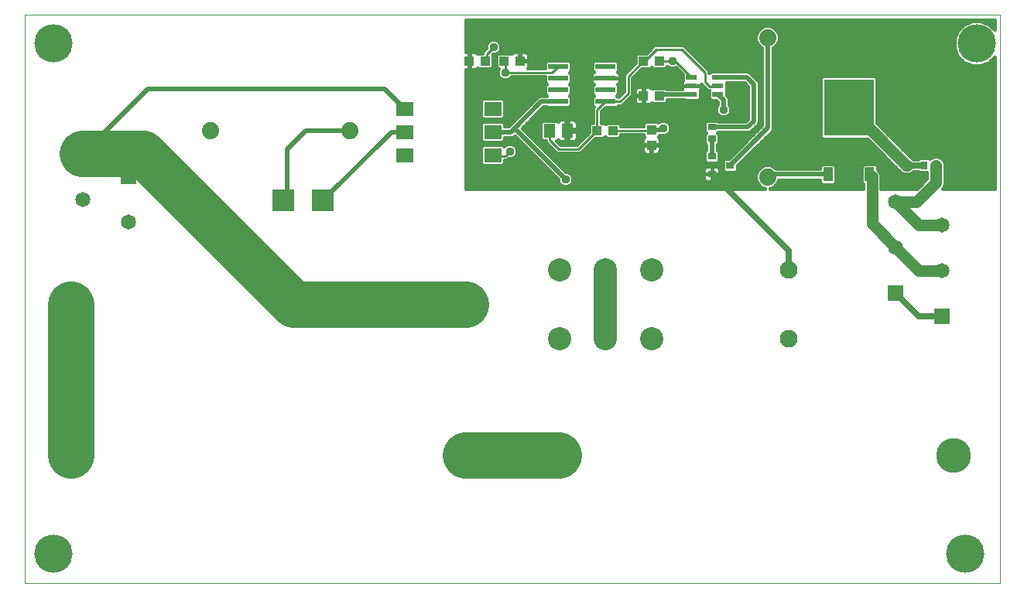
<source format=gtl>
G75*
%MOIN*%
%OFA0B0*%
%FSLAX24Y24*%
%IPPOS*%
%LPD*%
%AMOC8*
5,1,8,0,0,1.08239X$1,22.5*
%
%ADD10C,0.0000*%
%ADD11R,0.0650X0.0650*%
%ADD12C,0.0650*%
%ADD13C,0.1500*%
%ADD14C,0.0768*%
%ADD15C,0.1000*%
%ADD16R,0.0512X0.0591*%
%ADD17R,0.0740X0.0598*%
%ADD18R,0.0480X0.0244*%
%ADD19C,0.0740*%
%ADD20R,0.2126X0.2441*%
%ADD21R,0.0394X0.0630*%
%ADD22R,0.0354X0.0315*%
%ADD23R,0.0354X0.0276*%
%ADD24R,0.0276X0.0354*%
%ADD25R,0.0866X0.0236*%
%ADD26R,0.0433X0.0394*%
%ADD27R,0.0394X0.0433*%
%ADD28R,0.0945X0.0945*%
%ADD29C,0.0160*%
%ADD30C,0.0250*%
%ADD31C,0.2000*%
%ADD32C,0.1650*%
%ADD33C,0.0500*%
%ADD34C,0.0200*%
%ADD35C,0.0100*%
%ADD36C,0.0376*%
%ADD37C,0.1000*%
%ADD38C,0.0450*%
D10*
X000300Y000100D02*
X000300Y024600D01*
X042300Y024600D01*
X042300Y000100D01*
X000300Y000100D01*
D11*
X004769Y017616D03*
X002800Y018600D03*
X037831Y012584D03*
X039800Y011600D03*
D12*
X039800Y013569D03*
X037831Y014553D03*
X039800Y015537D03*
X037831Y016521D03*
X004769Y015647D03*
X002800Y016631D03*
D13*
X002300Y012100D03*
X002300Y005600D03*
X019300Y005600D03*
X023300Y005600D03*
X019300Y012100D03*
X040300Y005600D03*
D14*
X033206Y010624D03*
X033206Y013576D03*
D15*
X027300Y013576D03*
X025331Y013576D03*
X023363Y013576D03*
X023363Y010624D03*
X025331Y010624D03*
X027300Y010624D03*
D16*
X023674Y019600D03*
X022926Y019600D03*
D17*
X020469Y019537D03*
X020469Y018537D03*
X020469Y020537D03*
X016690Y020537D03*
X016690Y019537D03*
X016690Y018537D03*
D18*
X029024Y021155D03*
X029024Y021529D03*
X029024Y021903D03*
X030166Y021903D03*
X030166Y021529D03*
X030166Y021155D03*
D19*
X032300Y023600D03*
X032300Y017600D03*
X014300Y019600D03*
X008300Y019600D03*
D20*
X035800Y020584D03*
D21*
X034902Y017710D03*
X036698Y017710D03*
D22*
X030694Y018100D03*
X029906Y017726D03*
X029906Y018474D03*
D23*
X029900Y019244D03*
X029900Y019756D03*
D24*
X039044Y018100D03*
X039556Y018100D03*
D25*
X025324Y020850D03*
X025324Y021350D03*
X025324Y021850D03*
X025324Y022350D03*
X023276Y022350D03*
X023276Y021850D03*
X023276Y021350D03*
X023276Y020850D03*
D26*
X024965Y019600D03*
X025635Y019600D03*
X026965Y021100D03*
X027635Y021100D03*
X027635Y022600D03*
X026965Y022600D03*
X021635Y022600D03*
X020965Y022600D03*
X020135Y022600D03*
X019465Y022600D03*
D27*
X027300Y019635D03*
X027300Y018965D03*
D28*
X013166Y016600D03*
X011434Y016600D03*
D29*
X019300Y017100D02*
X019300Y022223D01*
X019447Y022223D01*
X019447Y022582D01*
X019484Y022582D01*
X019484Y022223D01*
X019706Y022223D01*
X019751Y022235D01*
X019792Y022259D01*
X019826Y022293D01*
X019828Y022296D01*
X019860Y022263D01*
X020409Y022263D01*
X020491Y022345D01*
X020491Y022855D01*
X020474Y022872D01*
X020565Y022872D01*
X020669Y022915D01*
X020609Y022855D01*
X020609Y022345D01*
X020691Y022263D01*
X020712Y022263D01*
X020672Y022165D01*
X020672Y022035D01*
X020722Y021914D01*
X020814Y021822D01*
X020935Y021772D01*
X021065Y021772D01*
X021186Y021822D01*
X021274Y021910D01*
X022703Y021910D01*
X022703Y021674D01*
X022777Y021600D01*
X022703Y021526D01*
X022703Y021174D01*
X022777Y021100D01*
X022767Y021090D01*
X022502Y021090D01*
X022414Y021053D01*
X021138Y019777D01*
X020979Y019777D01*
X020979Y019894D01*
X020897Y019976D01*
X020041Y019976D01*
X019959Y019894D01*
X019959Y019180D01*
X020041Y019098D01*
X020897Y019098D01*
X020979Y019180D01*
X020979Y019297D01*
X021285Y019297D01*
X021373Y019334D01*
X021400Y019361D01*
X023272Y017489D01*
X023272Y017435D01*
X023322Y017314D01*
X023414Y017222D01*
X023535Y017172D01*
X023665Y017172D01*
X023786Y017222D01*
X023878Y017314D01*
X023928Y017435D01*
X023928Y017565D01*
X023878Y017686D01*
X023786Y017778D01*
X023665Y017828D01*
X023611Y017828D01*
X021739Y019700D01*
X022649Y020610D01*
X022767Y020610D01*
X022785Y020592D01*
X023767Y020592D01*
X023849Y020674D01*
X023849Y021026D01*
X023776Y021100D01*
X023849Y021174D01*
X023849Y021526D01*
X023776Y021600D01*
X023849Y021674D01*
X023849Y022026D01*
X023776Y022100D01*
X023849Y022174D01*
X023849Y022526D01*
X023767Y022608D01*
X022785Y022608D01*
X022703Y022526D01*
X022703Y022290D01*
X021993Y022290D01*
X022703Y022290D01*
X022703Y022449D02*
X022031Y022449D01*
X022031Y022379D02*
X022031Y022582D01*
X021653Y022582D01*
X021653Y022618D01*
X022031Y022618D01*
X022031Y022821D01*
X022019Y022866D01*
X021995Y022907D01*
X021962Y022941D01*
X021921Y022965D01*
X021875Y022977D01*
X021653Y022977D01*
X021653Y022618D01*
X021616Y022618D01*
X021616Y022977D01*
X021394Y022977D01*
X021349Y022965D01*
X021308Y022941D01*
X021274Y022907D01*
X021272Y022904D01*
X021240Y022937D01*
X020701Y022937D01*
X020778Y023014D01*
X020828Y023135D01*
X020828Y023265D01*
X020778Y023386D01*
X020686Y023478D01*
X020565Y023528D01*
X020435Y023528D01*
X020314Y023478D01*
X020222Y023386D01*
X020172Y023265D01*
X020172Y023141D01*
X020010Y022979D01*
X020010Y022937D01*
X019860Y022937D01*
X019828Y022904D01*
X019826Y022907D01*
X019792Y022941D01*
X019751Y022965D01*
X019706Y022977D01*
X019484Y022977D01*
X019484Y022618D01*
X019447Y022618D01*
X019447Y022977D01*
X019300Y022977D01*
X019300Y024370D01*
X042070Y024370D01*
X042070Y023945D01*
X041847Y024168D01*
X041492Y024315D01*
X041108Y024315D01*
X040753Y024168D01*
X040482Y023897D01*
X040335Y023542D01*
X040335Y023158D01*
X040482Y022803D01*
X040753Y022532D01*
X041108Y022385D01*
X041492Y022385D01*
X041847Y022532D01*
X042070Y022755D01*
X042070Y017100D01*
X039852Y017100D01*
X039887Y017135D01*
X039946Y017278D01*
X039946Y018178D01*
X039887Y018321D01*
X039777Y018431D01*
X039633Y018490D01*
X039478Y018490D01*
X039335Y018431D01*
X039281Y018376D01*
X039240Y018417D01*
X038848Y018417D01*
X038796Y018365D01*
X038587Y018365D01*
X038521Y018431D01*
X038494Y018442D01*
X037003Y019933D01*
X037003Y021863D01*
X036921Y021945D01*
X034679Y021945D01*
X034597Y021863D01*
X034597Y019306D01*
X034679Y019224D01*
X036609Y019224D01*
X038063Y017769D01*
X038207Y017710D01*
X038378Y017710D01*
X038521Y017769D01*
X038587Y017835D01*
X038796Y017835D01*
X038848Y017783D01*
X039166Y017783D01*
X039166Y017517D01*
X038748Y017100D01*
X037190Y017100D01*
X037190Y017685D01*
X037131Y017829D01*
X037034Y017925D01*
X037034Y018083D01*
X036952Y018165D01*
X036443Y018165D01*
X036361Y018083D01*
X036361Y017337D01*
X036410Y017288D01*
X036410Y017100D01*
X032426Y017100D01*
X032589Y017168D01*
X032732Y017311D01*
X032798Y017470D01*
X034566Y017470D01*
X034566Y017337D01*
X034648Y017255D01*
X035157Y017255D01*
X035239Y017337D01*
X035239Y018083D01*
X035157Y018165D01*
X034648Y018165D01*
X034566Y018083D01*
X034566Y017950D01*
X032671Y017950D01*
X032589Y018032D01*
X032401Y018110D01*
X032199Y018110D01*
X032011Y018032D01*
X031868Y017889D01*
X031790Y017701D01*
X031790Y017499D01*
X031868Y017311D01*
X032011Y017168D01*
X032174Y017100D01*
X019300Y017100D01*
X019300Y017218D02*
X023423Y017218D01*
X023296Y017377D02*
X019300Y017377D01*
X019300Y017535D02*
X023226Y017535D01*
X023067Y017694D02*
X019300Y017694D01*
X019300Y017852D02*
X022909Y017852D01*
X022750Y018011D02*
X019300Y018011D01*
X019300Y018169D02*
X019970Y018169D01*
X019959Y018180D02*
X020041Y018098D01*
X020897Y018098D01*
X020979Y018180D01*
X020979Y018310D01*
X021079Y018310D01*
X021141Y018372D01*
X021265Y018372D01*
X021386Y018422D01*
X021478Y018514D01*
X021528Y018635D01*
X021528Y018765D01*
X021478Y018886D01*
X021386Y018978D01*
X021265Y019028D01*
X021135Y019028D01*
X021014Y018978D01*
X020955Y018919D01*
X020897Y018976D01*
X020041Y018976D01*
X019959Y018894D01*
X019959Y018180D01*
X019959Y018328D02*
X019300Y018328D01*
X019300Y018486D02*
X019959Y018486D01*
X019959Y018645D02*
X019300Y018645D01*
X019300Y018803D02*
X019959Y018803D01*
X020027Y018962D02*
X019300Y018962D01*
X019300Y019120D02*
X020019Y019120D01*
X019959Y019279D02*
X019300Y019279D01*
X019300Y019437D02*
X019959Y019437D01*
X019959Y019596D02*
X019300Y019596D01*
X019300Y019754D02*
X019959Y019754D01*
X019978Y019913D02*
X019300Y019913D01*
X019300Y020071D02*
X021432Y020071D01*
X021590Y020230D02*
X020979Y020230D01*
X020979Y020180D02*
X020979Y020894D01*
X020897Y020976D01*
X020041Y020976D01*
X019959Y020894D01*
X019959Y020180D01*
X020041Y020098D01*
X020897Y020098D01*
X020979Y020180D01*
X020979Y020388D02*
X021749Y020388D01*
X021907Y020547D02*
X020979Y020547D01*
X020979Y020705D02*
X022066Y020705D01*
X022224Y020864D02*
X020979Y020864D01*
X019959Y020864D02*
X019300Y020864D01*
X019300Y021022D02*
X022383Y021022D01*
X022703Y021181D02*
X019300Y021181D01*
X019300Y021339D02*
X022703Y021339D01*
X022703Y021498D02*
X019300Y021498D01*
X019300Y021656D02*
X022721Y021656D01*
X022703Y021815D02*
X021168Y021815D01*
X020832Y021815D02*
X019300Y021815D01*
X019300Y021973D02*
X020697Y021973D01*
X020672Y022132D02*
X019300Y022132D01*
X019447Y022290D02*
X019484Y022290D01*
X019484Y022449D02*
X019447Y022449D01*
X019447Y022766D02*
X019484Y022766D01*
X019484Y022924D02*
X019447Y022924D01*
X019300Y023083D02*
X020114Y023083D01*
X020172Y023241D02*
X019300Y023241D01*
X019300Y023400D02*
X020236Y023400D01*
X020764Y023400D02*
X031831Y023400D01*
X031868Y023311D02*
X032011Y023168D01*
X032060Y023147D01*
X032060Y019806D01*
X030652Y018397D01*
X030459Y018397D01*
X030377Y018315D01*
X030377Y017885D01*
X030459Y017803D01*
X030929Y017803D01*
X031011Y017885D01*
X031011Y018078D01*
X032503Y019570D01*
X032540Y019659D01*
X032540Y023147D01*
X032589Y023168D01*
X032732Y023311D01*
X032810Y023499D01*
X032810Y023701D01*
X032732Y023889D01*
X032589Y024032D01*
X032401Y024110D01*
X032199Y024110D01*
X032011Y024032D01*
X031868Y023889D01*
X031790Y023701D01*
X031790Y023499D01*
X031868Y023311D01*
X031938Y023241D02*
X028728Y023241D01*
X028679Y023290D02*
X027421Y023290D01*
X027068Y022937D01*
X026691Y022937D01*
X026609Y022855D01*
X026609Y022512D01*
X026110Y022013D01*
X026110Y021279D01*
X025877Y021046D01*
X025823Y021100D01*
X025897Y021174D01*
X025897Y021526D01*
X025847Y021576D01*
X025867Y021588D01*
X025901Y021621D01*
X025924Y021662D01*
X025937Y021708D01*
X025937Y021850D01*
X025937Y021992D01*
X025924Y022038D01*
X025901Y022079D01*
X025867Y022112D01*
X025847Y022124D01*
X025897Y022174D01*
X025897Y022526D01*
X025815Y022608D01*
X024833Y022608D01*
X024751Y022526D01*
X024751Y022174D01*
X024800Y022124D01*
X024780Y022112D01*
X024747Y022079D01*
X024723Y022038D01*
X024711Y021992D01*
X024711Y021850D01*
X024711Y021708D01*
X024723Y021662D01*
X024747Y021621D01*
X024780Y021588D01*
X024800Y021576D01*
X024751Y021526D01*
X024751Y021174D01*
X024824Y021100D01*
X024751Y021026D01*
X024751Y020674D01*
X024815Y020610D01*
X024775Y020570D01*
X024775Y019937D01*
X024691Y019937D01*
X024609Y019855D01*
X024609Y019512D01*
X024087Y018990D01*
X023379Y018990D01*
X023204Y019165D01*
X023240Y019165D01*
X023272Y019197D01*
X023274Y019194D01*
X023308Y019161D01*
X023349Y019137D01*
X023394Y019125D01*
X023626Y019125D01*
X023626Y019552D01*
X023722Y019552D01*
X023722Y019125D01*
X023954Y019125D01*
X023999Y019137D01*
X024040Y019161D01*
X024074Y019194D01*
X024098Y019235D01*
X024110Y019281D01*
X024110Y019552D01*
X023722Y019552D01*
X023722Y019648D01*
X023626Y019648D01*
X023626Y020075D01*
X023394Y020075D01*
X023349Y020063D01*
X023308Y020039D01*
X023274Y020006D01*
X023272Y020003D01*
X023240Y020035D01*
X022612Y020035D01*
X022530Y019953D01*
X022530Y019247D01*
X022612Y019165D01*
X022736Y019165D01*
X022736Y019095D01*
X023110Y018721D01*
X023221Y018610D01*
X024244Y018610D01*
X024897Y019263D01*
X025240Y019263D01*
X025300Y019323D01*
X025360Y019263D01*
X025909Y019263D01*
X025991Y019345D01*
X025991Y019410D01*
X026963Y019410D01*
X026963Y019360D01*
X026996Y019328D01*
X026993Y019326D01*
X026959Y019292D01*
X026935Y019251D01*
X026923Y019206D01*
X026923Y018984D01*
X027282Y018984D01*
X027282Y018947D01*
X027318Y018947D01*
X027318Y018569D01*
X027521Y018569D01*
X027566Y018581D01*
X027607Y018605D01*
X027641Y018638D01*
X027665Y018679D01*
X027677Y018725D01*
X027677Y018947D01*
X027318Y018947D01*
X027318Y018984D01*
X027677Y018984D01*
X027677Y019206D01*
X027665Y019251D01*
X027641Y019292D01*
X027607Y019326D01*
X027604Y019328D01*
X027637Y019360D01*
X027637Y019395D01*
X027680Y019395D01*
X027735Y019372D01*
X027865Y019372D01*
X027986Y019422D01*
X028078Y019514D01*
X028128Y019635D01*
X028128Y019765D01*
X028078Y019886D01*
X027986Y019978D01*
X027865Y020028D01*
X027735Y020028D01*
X027614Y019978D01*
X027591Y019955D01*
X027555Y019991D01*
X027045Y019991D01*
X026963Y019909D01*
X026963Y019790D01*
X025991Y019790D01*
X025991Y019855D01*
X025909Y019937D01*
X025360Y019937D01*
X025300Y019877D01*
X025240Y019937D01*
X025155Y019937D01*
X025155Y020413D01*
X025334Y020592D01*
X025815Y020592D01*
X025883Y020660D01*
X026029Y020660D01*
X026379Y021010D01*
X026490Y021121D01*
X026490Y021856D01*
X026897Y022263D01*
X027240Y022263D01*
X027300Y022323D01*
X027360Y022263D01*
X027909Y022263D01*
X027991Y022345D01*
X028014Y022322D01*
X028135Y022272D01*
X028265Y022272D01*
X028351Y022308D01*
X028644Y022015D01*
X028644Y021766D01*
X028640Y021762D01*
X028617Y021721D01*
X028604Y021675D01*
X028604Y021529D01*
X028604Y021395D01*
X027951Y021395D01*
X027909Y021437D01*
X027360Y021437D01*
X027328Y021404D01*
X027326Y021407D01*
X027292Y021441D01*
X027251Y021465D01*
X027206Y021477D01*
X026984Y021477D01*
X026984Y021118D01*
X026947Y021118D01*
X026947Y021082D01*
X026569Y021082D01*
X026569Y020879D01*
X026581Y020834D01*
X026605Y020793D01*
X026638Y020759D01*
X026679Y020735D01*
X026725Y020723D01*
X026947Y020723D01*
X026947Y021082D01*
X026984Y021082D01*
X026984Y020723D01*
X027206Y020723D01*
X027251Y020735D01*
X027292Y020759D01*
X027326Y020793D01*
X027328Y020796D01*
X027360Y020763D01*
X027909Y020763D01*
X027991Y020845D01*
X027991Y020915D01*
X028704Y020915D01*
X028726Y020893D01*
X029323Y020893D01*
X029405Y020975D01*
X029405Y021293D01*
X029409Y021297D01*
X029432Y021338D01*
X029445Y021383D01*
X029445Y021529D01*
X029024Y021529D01*
X028604Y021529D01*
X029024Y021529D01*
X029024Y021529D01*
X029024Y021529D01*
X029445Y021529D01*
X029445Y021587D01*
X029521Y021510D01*
X029721Y021310D01*
X029786Y021310D01*
X029786Y020975D01*
X029868Y020893D01*
X030089Y020893D01*
X030160Y020822D01*
X030160Y020724D01*
X030122Y020686D01*
X030072Y020565D01*
X030072Y020435D01*
X030122Y020314D01*
X030214Y020222D01*
X030335Y020172D01*
X030465Y020172D01*
X030586Y020222D01*
X030678Y020314D01*
X030728Y020435D01*
X030728Y020565D01*
X030678Y020686D01*
X030640Y020724D01*
X030640Y020969D01*
X030603Y021057D01*
X030546Y021114D01*
X030546Y021335D01*
X030539Y021342D01*
X030546Y021349D01*
X030546Y021660D01*
X031301Y021660D01*
X031460Y021501D01*
X031460Y020099D01*
X031356Y019996D01*
X030173Y019996D01*
X030135Y020034D01*
X029665Y020034D01*
X029583Y019952D01*
X029583Y019560D01*
X029643Y019500D01*
X029583Y019440D01*
X029583Y019048D01*
X029665Y018966D01*
X029666Y018966D01*
X029666Y018767D01*
X029589Y018689D01*
X029589Y018259D01*
X029671Y018177D01*
X030141Y018177D01*
X030223Y018259D01*
X030223Y018689D01*
X030146Y018767D01*
X030146Y018977D01*
X030217Y019048D01*
X030217Y019440D01*
X030157Y019500D01*
X030173Y019516D01*
X031504Y019516D01*
X031592Y019552D01*
X031836Y019797D01*
X031903Y019864D01*
X031940Y019952D01*
X031940Y021648D01*
X031903Y021736D01*
X031603Y022036D01*
X031536Y022103D01*
X031448Y022140D01*
X030489Y022140D01*
X030464Y022165D01*
X029868Y022165D01*
X029790Y022087D01*
X029790Y022179D01*
X028790Y023179D01*
X028679Y023290D01*
X028886Y023083D02*
X032060Y023083D01*
X032060Y022924D02*
X029045Y022924D01*
X029203Y022766D02*
X032060Y022766D01*
X032060Y022607D02*
X029362Y022607D01*
X029520Y022449D02*
X032060Y022449D01*
X032060Y022290D02*
X029679Y022290D01*
X029790Y022132D02*
X029834Y022132D01*
X030546Y021656D02*
X031305Y021656D01*
X031460Y021498D02*
X030546Y021498D01*
X030542Y021339D02*
X031460Y021339D01*
X031460Y021181D02*
X030546Y021181D01*
X030618Y021022D02*
X031460Y021022D01*
X031460Y020864D02*
X030640Y020864D01*
X030659Y020705D02*
X031460Y020705D01*
X031460Y020547D02*
X030728Y020547D01*
X030709Y020388D02*
X031460Y020388D01*
X031460Y020230D02*
X030594Y020230D01*
X030206Y020230D02*
X025155Y020230D01*
X025155Y020388D02*
X030091Y020388D01*
X030072Y020547D02*
X025289Y020547D01*
X024775Y020547D02*
X022586Y020547D01*
X022427Y020388D02*
X024775Y020388D01*
X024775Y020230D02*
X022269Y020230D01*
X022110Y020071D02*
X023379Y020071D01*
X023626Y020071D02*
X023722Y020071D01*
X023722Y020075D02*
X023722Y019648D01*
X024110Y019648D01*
X024110Y019919D01*
X024098Y019965D01*
X024074Y020006D01*
X024040Y020039D01*
X023999Y020063D01*
X023954Y020075D01*
X023722Y020075D01*
X023722Y019913D02*
X023626Y019913D01*
X023626Y019754D02*
X023722Y019754D01*
X023722Y019596D02*
X024609Y019596D01*
X024609Y019754D02*
X024110Y019754D01*
X024110Y019913D02*
X024667Y019913D01*
X024775Y020071D02*
X023969Y020071D01*
X024110Y019437D02*
X024534Y019437D01*
X024375Y019279D02*
X024109Y019279D01*
X024217Y019120D02*
X023249Y019120D01*
X023626Y019279D02*
X023722Y019279D01*
X023722Y019437D02*
X023626Y019437D01*
X022870Y018962D02*
X022478Y018962D01*
X022319Y019120D02*
X022736Y019120D01*
X022530Y019279D02*
X022161Y019279D01*
X022002Y019437D02*
X022530Y019437D01*
X022530Y019596D02*
X021844Y019596D01*
X021793Y019754D02*
X022530Y019754D01*
X022530Y019913D02*
X021952Y019913D01*
X021273Y019913D02*
X020961Y019913D01*
X020979Y019279D02*
X021482Y019279D01*
X021641Y019120D02*
X020920Y019120D01*
X020912Y018962D02*
X020998Y018962D01*
X021402Y018962D02*
X021799Y018962D01*
X021958Y018803D02*
X021512Y018803D01*
X021528Y018645D02*
X022116Y018645D01*
X022275Y018486D02*
X021450Y018486D01*
X021096Y018328D02*
X022433Y018328D01*
X022592Y018169D02*
X020969Y018169D01*
X022636Y018803D02*
X023028Y018803D01*
X023187Y018645D02*
X022795Y018645D01*
X022953Y018486D02*
X029589Y018486D01*
X029589Y018328D02*
X023112Y018328D01*
X023270Y018169D02*
X030377Y018169D01*
X030377Y018011D02*
X030211Y018011D01*
X030194Y018028D02*
X030153Y018051D01*
X030107Y018063D01*
X029906Y018063D01*
X029705Y018063D01*
X029660Y018051D01*
X029619Y018028D01*
X029585Y017994D01*
X029561Y017953D01*
X029549Y017907D01*
X029549Y017726D01*
X029906Y017726D01*
X029549Y017726D01*
X029549Y017545D01*
X029561Y017499D01*
X029585Y017458D01*
X029619Y017424D01*
X029660Y017401D01*
X029705Y017389D01*
X029906Y017389D01*
X029906Y017726D01*
X029906Y017726D01*
X029906Y018063D01*
X029906Y017726D01*
X029906Y017726D01*
X029906Y017726D01*
X029906Y017389D01*
X030107Y017389D01*
X030153Y017401D01*
X030194Y017424D01*
X030228Y017458D01*
X030251Y017499D01*
X030263Y017545D01*
X030263Y017726D01*
X030263Y017907D01*
X030251Y017953D01*
X030228Y017994D01*
X030194Y018028D01*
X030263Y017852D02*
X030409Y017852D01*
X030263Y017726D02*
X029906Y017726D01*
X029906Y017726D01*
X030263Y017726D01*
X030263Y017694D02*
X031790Y017694D01*
X031790Y017535D02*
X030261Y017535D01*
X029906Y017535D02*
X029906Y017535D01*
X029906Y017694D02*
X029906Y017694D01*
X029906Y017852D02*
X029906Y017852D01*
X029906Y018011D02*
X029906Y018011D01*
X029602Y018011D02*
X023429Y018011D01*
X023587Y017852D02*
X029549Y017852D01*
X029549Y017694D02*
X023870Y017694D01*
X023928Y017535D02*
X029552Y017535D01*
X030223Y018328D02*
X030389Y018328D01*
X030223Y018486D02*
X030740Y018486D01*
X030899Y018645D02*
X030223Y018645D01*
X030146Y018803D02*
X031057Y018803D01*
X031216Y018962D02*
X030146Y018962D01*
X030217Y019120D02*
X031374Y019120D01*
X031533Y019279D02*
X030217Y019279D01*
X030217Y019437D02*
X031691Y019437D01*
X031635Y019596D02*
X031850Y019596D01*
X031793Y019754D02*
X032008Y019754D01*
X032060Y019913D02*
X031924Y019913D01*
X031940Y020071D02*
X032060Y020071D01*
X032060Y020230D02*
X031940Y020230D01*
X031940Y020388D02*
X032060Y020388D01*
X032060Y020547D02*
X031940Y020547D01*
X031940Y020705D02*
X032060Y020705D01*
X032060Y020864D02*
X031940Y020864D01*
X031940Y021022D02*
X032060Y021022D01*
X032060Y021181D02*
X031940Y021181D01*
X031940Y021339D02*
X032060Y021339D01*
X032060Y021498D02*
X031940Y021498D01*
X031937Y021656D02*
X032060Y021656D01*
X032060Y021815D02*
X031825Y021815D01*
X031666Y021973D02*
X032060Y021973D01*
X032060Y022132D02*
X031468Y022132D01*
X032540Y022132D02*
X042070Y022132D01*
X042070Y022290D02*
X032540Y022290D01*
X032540Y022449D02*
X040955Y022449D01*
X040678Y022607D02*
X032540Y022607D01*
X032540Y022766D02*
X040520Y022766D01*
X040432Y022924D02*
X032540Y022924D01*
X032540Y023083D02*
X040366Y023083D01*
X040335Y023241D02*
X032662Y023241D01*
X032769Y023400D02*
X040335Y023400D01*
X040342Y023558D02*
X032810Y023558D01*
X032804Y023717D02*
X040407Y023717D01*
X040473Y023875D02*
X032738Y023875D01*
X032586Y024034D02*
X040619Y024034D01*
X040811Y024192D02*
X019300Y024192D01*
X019300Y024034D02*
X032014Y024034D01*
X031862Y023875D02*
X019300Y023875D01*
X019300Y023717D02*
X031796Y023717D01*
X031790Y023558D02*
X019300Y023558D01*
X019300Y024351D02*
X042070Y024351D01*
X042070Y024192D02*
X041789Y024192D01*
X041981Y024034D02*
X042070Y024034D01*
X042070Y022607D02*
X041922Y022607D01*
X042070Y022449D02*
X041645Y022449D01*
X042070Y021973D02*
X032540Y021973D01*
X032540Y021815D02*
X034597Y021815D01*
X034597Y021656D02*
X032540Y021656D01*
X032540Y021498D02*
X034597Y021498D01*
X034597Y021339D02*
X032540Y021339D01*
X032540Y021181D02*
X034597Y021181D01*
X034597Y021022D02*
X032540Y021022D01*
X032540Y020864D02*
X034597Y020864D01*
X034597Y020705D02*
X032540Y020705D01*
X032540Y020547D02*
X034597Y020547D01*
X034597Y020388D02*
X032540Y020388D01*
X032540Y020230D02*
X034597Y020230D01*
X034597Y020071D02*
X032540Y020071D01*
X032540Y019913D02*
X034597Y019913D01*
X034597Y019754D02*
X032540Y019754D01*
X032514Y019596D02*
X034597Y019596D01*
X034597Y019437D02*
X032370Y019437D01*
X032212Y019279D02*
X034624Y019279D01*
X034566Y018011D02*
X032611Y018011D01*
X031989Y018011D02*
X031011Y018011D01*
X030978Y017852D02*
X031852Y017852D01*
X031261Y018328D02*
X037505Y018328D01*
X037347Y018486D02*
X031419Y018486D01*
X031578Y018645D02*
X037188Y018645D01*
X037030Y018803D02*
X031736Y018803D01*
X031895Y018962D02*
X036871Y018962D01*
X036713Y019120D02*
X032053Y019120D01*
X031432Y020071D02*
X025155Y020071D01*
X025264Y019913D02*
X025336Y019913D01*
X025933Y019913D02*
X026967Y019913D01*
X028051Y019913D02*
X029583Y019913D01*
X029583Y019754D02*
X028128Y019754D01*
X028112Y019596D02*
X029583Y019596D01*
X029583Y019437D02*
X028001Y019437D01*
X027649Y019279D02*
X029583Y019279D01*
X029583Y019120D02*
X027677Y019120D01*
X027318Y018962D02*
X029666Y018962D01*
X029666Y018803D02*
X027677Y018803D01*
X027644Y018645D02*
X029589Y018645D01*
X031102Y018169D02*
X037664Y018169D01*
X037822Y018011D02*
X037034Y018011D01*
X037107Y017852D02*
X037981Y017852D01*
X038450Y018486D02*
X039469Y018486D01*
X039643Y018486D02*
X042070Y018486D01*
X042070Y018328D02*
X039880Y018328D01*
X039946Y018169D02*
X042070Y018169D01*
X042070Y018011D02*
X039946Y018011D01*
X039946Y017852D02*
X042070Y017852D01*
X042070Y017694D02*
X039946Y017694D01*
X039946Y017535D02*
X042070Y017535D01*
X042070Y017377D02*
X039946Y017377D01*
X039921Y017218D02*
X042070Y017218D01*
X042070Y018645D02*
X038291Y018645D01*
X038133Y018803D02*
X042070Y018803D01*
X042070Y018962D02*
X037974Y018962D01*
X037816Y019120D02*
X042070Y019120D01*
X042070Y019279D02*
X037657Y019279D01*
X037499Y019437D02*
X042070Y019437D01*
X042070Y019596D02*
X037340Y019596D01*
X037182Y019754D02*
X042070Y019754D01*
X042070Y019913D02*
X037023Y019913D01*
X037003Y020071D02*
X042070Y020071D01*
X042070Y020230D02*
X037003Y020230D01*
X037003Y020388D02*
X042070Y020388D01*
X042070Y020547D02*
X037003Y020547D01*
X037003Y020705D02*
X042070Y020705D01*
X042070Y020864D02*
X037003Y020864D01*
X037003Y021022D02*
X042070Y021022D01*
X042070Y021181D02*
X037003Y021181D01*
X037003Y021339D02*
X042070Y021339D01*
X042070Y021498D02*
X037003Y021498D01*
X037003Y021656D02*
X042070Y021656D01*
X042070Y021815D02*
X037003Y021815D01*
X036361Y018011D02*
X035239Y018011D01*
X035239Y017852D02*
X036361Y017852D01*
X036361Y017694D02*
X035239Y017694D01*
X035239Y017535D02*
X036361Y017535D01*
X036361Y017377D02*
X035239Y017377D01*
X034566Y017377D02*
X032759Y017377D01*
X032639Y017218D02*
X036410Y017218D01*
X037190Y017218D02*
X038866Y017218D01*
X039025Y017377D02*
X037190Y017377D01*
X037190Y017535D02*
X039166Y017535D01*
X039166Y017694D02*
X037187Y017694D01*
X031961Y017218D02*
X023777Y017218D01*
X023904Y017377D02*
X031841Y017377D01*
X027318Y018645D02*
X027282Y018645D01*
X027282Y018569D02*
X027079Y018569D01*
X027034Y018581D01*
X026993Y018605D01*
X026959Y018638D01*
X026935Y018679D01*
X026923Y018725D01*
X026923Y018947D01*
X027282Y018947D01*
X027282Y018569D01*
X027282Y018803D02*
X027318Y018803D01*
X027282Y018962D02*
X024596Y018962D01*
X024754Y019120D02*
X026923Y019120D01*
X026951Y019279D02*
X025925Y019279D01*
X025345Y019279D02*
X025255Y019279D01*
X024437Y018803D02*
X026923Y018803D01*
X026956Y018645D02*
X024279Y018645D01*
X023849Y020705D02*
X024751Y020705D01*
X024751Y020864D02*
X023849Y020864D01*
X023849Y021022D02*
X024751Y021022D01*
X024751Y021181D02*
X023849Y021181D01*
X023849Y021339D02*
X024751Y021339D01*
X024751Y021498D02*
X023849Y021498D01*
X023832Y021656D02*
X024726Y021656D01*
X024711Y021815D02*
X023849Y021815D01*
X023849Y021973D02*
X024711Y021973D01*
X024711Y021850D02*
X025324Y021850D01*
X025937Y021850D01*
X025324Y021850D01*
X025324Y021850D01*
X024711Y021850D01*
X024793Y022132D02*
X023807Y022132D01*
X023849Y022290D02*
X024751Y022290D01*
X024751Y022449D02*
X023849Y022449D01*
X023769Y022607D02*
X024831Y022607D01*
X025816Y022607D02*
X026609Y022607D01*
X026609Y022766D02*
X022031Y022766D01*
X021979Y022924D02*
X026678Y022924D01*
X027214Y023083D02*
X020806Y023083D01*
X020828Y023241D02*
X027372Y023241D01*
X026545Y022449D02*
X025897Y022449D01*
X025897Y022290D02*
X026387Y022290D01*
X026228Y022132D02*
X025854Y022132D01*
X025937Y021973D02*
X026110Y021973D01*
X026110Y021815D02*
X025937Y021815D01*
X025921Y021656D02*
X026110Y021656D01*
X026110Y021498D02*
X025897Y021498D01*
X025897Y021339D02*
X026110Y021339D01*
X026012Y021181D02*
X025897Y021181D01*
X026232Y020864D02*
X026573Y020864D01*
X026569Y021022D02*
X026391Y021022D01*
X026490Y021181D02*
X026569Y021181D01*
X026569Y021118D02*
X026947Y021118D01*
X026947Y021477D01*
X026725Y021477D01*
X026679Y021465D01*
X026638Y021441D01*
X026605Y021407D01*
X026581Y021366D01*
X026569Y021321D01*
X026569Y021118D01*
X026574Y021339D02*
X026490Y021339D01*
X026490Y021498D02*
X028604Y021498D01*
X028604Y021656D02*
X026490Y021656D01*
X026490Y021815D02*
X028644Y021815D01*
X028644Y021973D02*
X026607Y021973D01*
X026766Y022132D02*
X028527Y022132D01*
X028369Y022290D02*
X028309Y022290D01*
X028091Y022290D02*
X027936Y022290D01*
X027333Y022290D02*
X027267Y022290D01*
X026984Y021339D02*
X026947Y021339D01*
X026947Y021181D02*
X026984Y021181D01*
X026984Y021022D02*
X026947Y021022D01*
X026947Y020864D02*
X026984Y020864D01*
X026074Y020705D02*
X030141Y020705D01*
X030118Y020864D02*
X027991Y020864D01*
X029405Y021022D02*
X029786Y021022D01*
X029786Y021181D02*
X029405Y021181D01*
X029433Y021339D02*
X029692Y021339D01*
X029534Y021498D02*
X029445Y021498D01*
X025324Y021850D02*
X025324Y021850D01*
X022784Y022607D02*
X021653Y022607D01*
X021653Y022766D02*
X021616Y022766D01*
X021616Y022924D02*
X021653Y022924D01*
X021291Y022924D02*
X021253Y022924D01*
X020609Y022766D02*
X020491Y022766D01*
X020491Y022607D02*
X020609Y022607D01*
X020609Y022449D02*
X020491Y022449D01*
X020436Y022290D02*
X020664Y022290D01*
X019833Y022290D02*
X019823Y022290D01*
X019809Y022924D02*
X019847Y022924D01*
X021993Y022290D02*
X021995Y022293D01*
X022019Y022334D01*
X022031Y022379D01*
X019959Y020705D02*
X019300Y020705D01*
X019300Y020547D02*
X019959Y020547D01*
X019959Y020388D02*
X019300Y020388D01*
X019300Y020230D02*
X019959Y020230D01*
D30*
X029906Y017726D02*
X033206Y014427D01*
X033206Y013576D01*
X037831Y012584D02*
X038816Y011600D01*
X039800Y011600D01*
X036800Y017608D02*
X036698Y017710D01*
X038300Y018100D02*
X039044Y018100D01*
D31*
X019300Y012100D02*
X011900Y012100D01*
X005400Y018600D01*
X002800Y018600D01*
X002300Y012100D02*
X002300Y005600D01*
X019300Y005600D02*
X023300Y005600D01*
D32*
X040800Y001350D03*
X041300Y023350D03*
X001552Y023350D03*
X001550Y001350D03*
D33*
X035800Y020584D02*
X038284Y018100D01*
X038300Y018100D01*
X039556Y018100D02*
X039556Y017356D01*
X038721Y016521D01*
X037831Y016521D01*
X038816Y015537D01*
X039800Y015537D01*
X038816Y013569D02*
X037831Y014553D01*
X036800Y015584D01*
X036800Y017608D01*
X038816Y013569D02*
X039800Y013569D01*
D34*
X034902Y017710D02*
X032410Y017710D01*
X032300Y017600D01*
X030694Y018100D02*
X032300Y019706D01*
X032300Y023600D01*
X031400Y021900D02*
X030169Y021900D01*
X030166Y021903D01*
X030166Y021155D02*
X030400Y020921D01*
X030400Y020500D01*
X029900Y019756D02*
X031456Y019756D01*
X031700Y020000D01*
X031700Y021600D01*
X031400Y021900D01*
X029024Y021155D02*
X027690Y021155D01*
X027635Y021100D01*
X027800Y019700D02*
X027800Y019635D01*
X027300Y019635D01*
X029900Y019244D02*
X029906Y019238D01*
X029906Y018474D01*
X023600Y017500D02*
X021500Y019600D01*
X021300Y019600D02*
X022550Y020850D01*
X023276Y020850D01*
X021300Y019600D02*
X021237Y019537D01*
X020469Y019537D01*
X016690Y019537D02*
X016103Y019537D01*
X013166Y016600D01*
X011600Y016766D02*
X011600Y018800D01*
X012400Y019600D01*
X014300Y019600D01*
X014500Y019600D01*
X015827Y021400D02*
X016690Y020537D01*
X015827Y021400D02*
X005600Y021400D01*
X002800Y018600D01*
X003784Y018600D01*
X004769Y017616D01*
X011434Y016600D02*
X011600Y016766D01*
D35*
X020469Y018537D02*
X020500Y018500D01*
X021000Y018500D01*
X021200Y018700D01*
X021300Y019600D02*
X021500Y019600D01*
X022926Y019600D02*
X022926Y019174D01*
X023300Y018800D01*
X024165Y018800D01*
X024965Y019600D01*
X024965Y020492D01*
X025324Y020850D01*
X025950Y020850D01*
X026300Y021200D01*
X026300Y021935D01*
X026965Y022600D01*
X027000Y022600D01*
X027500Y023100D01*
X028600Y023100D01*
X029600Y022100D01*
X029600Y021700D01*
X029800Y021500D01*
X030137Y021500D01*
X030166Y021529D01*
X029024Y021903D02*
X028328Y022600D01*
X028200Y022600D01*
X027635Y022600D01*
X023276Y022350D02*
X023026Y022100D01*
X021000Y022100D01*
X021000Y022600D01*
X020965Y022600D01*
X020500Y023200D02*
X020200Y022900D01*
X020200Y022600D01*
X020135Y022600D01*
X025635Y019600D02*
X027265Y019600D01*
X027300Y019635D01*
D36*
X027800Y019700D03*
X030400Y020500D03*
X028200Y022600D03*
X021000Y022100D03*
X020500Y023200D03*
X021200Y018700D03*
X023600Y017500D03*
D37*
X025331Y013576D02*
X025331Y010624D01*
D38*
X038300Y018100D03*
M02*

</source>
